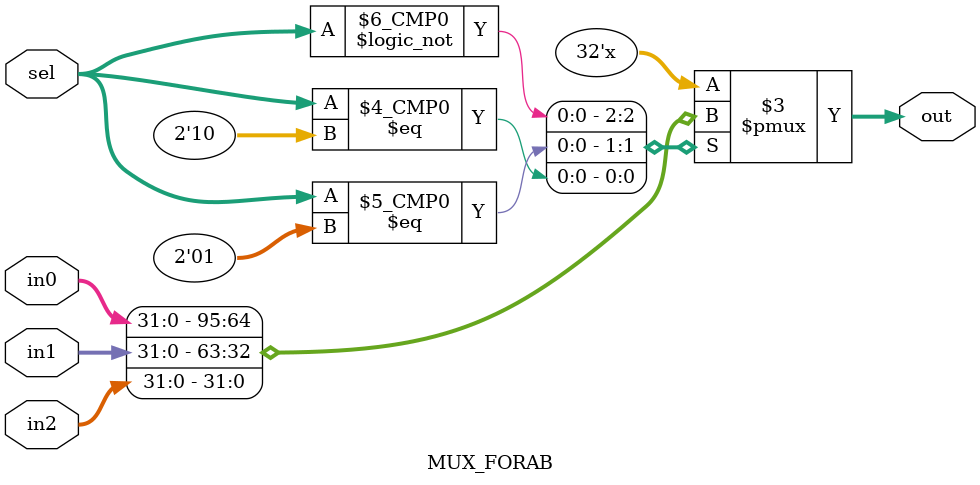
<source format=v>
`timescale 1ns / 1ps
module MUX_FORAB(
	in0,
	in1,
	in2,
	sel,
	out
	);
input[31:0] in0,in1,in2;
output reg[31:0] out;
input[1:0] sel;
always @(*)
begin
	case(sel)
		2'b00: out=in0;
		2'b01: out=in1;
		2'b10: out=in2;
	endcase
end

endmodule
</source>
